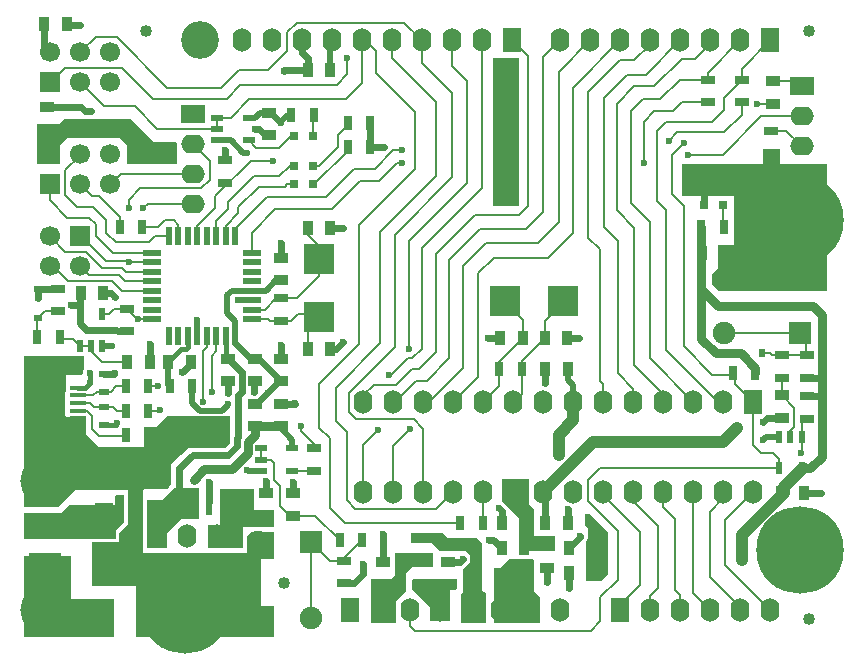
<source format=gtl>
%FSLAX44Y44*%
%MOMM*%
G71*
G01*
G75*
G04 Layer_Physical_Order=1*
G04 Layer_Color=255*
%ADD10R,2.5000X2.6000*%
%ADD11R,2.7000X2.0000*%
%ADD12R,1.6000X3.0000*%
%ADD13R,1.3000X0.7000*%
%ADD14R,0.9000X1.3000*%
%ADD15R,0.7000X1.3000*%
%ADD16R,1.5000X0.5000*%
%ADD17R,0.5000X1.5000*%
%ADD18R,1.3000X0.9000*%
%ADD19R,0.8000X0.8000*%
%ADD20R,0.5588X0.6858*%
%ADD21R,0.6858X0.5588*%
%ADD22C,1.0160*%
%ADD23R,1.4000X1.6000*%
%ADD24R,1.9000X1.9000*%
%ADD25R,1.3500X0.4000*%
%ADD26R,1.0000X0.5500*%
%ADD27R,0.5500X1.0000*%
%ADD28R,0.9000X0.6000*%
%ADD29R,0.6000X2.2000*%
%ADD30R,3.5000X2.2000*%
%ADD31R,2.6000X2.5000*%
%ADD32C,0.2000*%
%ADD33C,0.6000*%
%ADD34C,0.8000*%
%ADD35C,0.5000*%
%ADD36C,0.4000*%
%ADD37C,1.0000*%
%ADD38C,0.9000*%
%ADD39R,1.6000X2.0000*%
%ADD40O,1.6000X2.0000*%
%ADD41R,1.7000X1.7000*%
%ADD42C,1.7000*%
%ADD43O,2.0000X1.6000*%
%ADD44R,2.0000X1.6000*%
G04:AMPARAMS|DCode=45|XSize=2mm|YSize=1.2mm|CornerRadius=0.36mm|HoleSize=0mm|Usage=FLASHONLY|Rotation=0.000|XOffset=0mm|YOffset=0mm|HoleType=Round|Shape=RoundedRectangle|*
%AMROUNDEDRECTD45*
21,1,2.0000,0.4800,0,0,0.0*
21,1,1.2800,1.2000,0,0,0.0*
1,1,0.7200,0.6400,-0.2400*
1,1,0.7200,-0.6400,-0.2400*
1,1,0.7200,-0.6400,0.2400*
1,1,0.7200,0.6400,0.2400*
%
%ADD45ROUNDEDRECTD45*%
%ADD46C,4.0000*%
%ADD47C,7.4000*%
%ADD48C,3.2000*%
%ADD49R,1.9000X1.9000*%
%ADD50C,1.9000*%
%ADD51C,0.6000*%
G36*
X370000Y52000D02*
Y43898D01*
X369102Y43000D01*
X364000Y43000D01*
Y16000D01*
X347000D01*
Y28000D01*
X332000Y43000D01*
Y51102D01*
X332898Y52000D01*
X370000Y52000D01*
D02*
G37*
G36*
X482000Y107000D02*
X498000Y91000D01*
X498000Y74000D01*
Y56220D01*
X491780Y50000D01*
X479000D01*
Y84183D01*
X479652Y85159D01*
X479774Y85774D01*
X480000Y86000D01*
X481000Y87000D01*
Y91000D01*
Y95000D01*
X478000Y98000D01*
Y106000D01*
Y107000D01*
X481000D01*
X482000Y107000D01*
D02*
G37*
G36*
X431000Y126000D02*
Y115000D01*
X434780Y111220D01*
Y88000D01*
X453000D01*
Y76000D01*
X431002Y76000D01*
X431002Y74898D01*
X430103Y74000D01*
X422898Y74000D01*
X422000Y74898D01*
X422000Y104000D01*
X415000Y111000D01*
X408000Y118000D01*
X408000Y137000D01*
X415000Y137000D01*
X431000D01*
Y126000D01*
D02*
G37*
G36*
X419000Y68500D02*
Y68500D01*
X434000D01*
X435000Y67848D01*
X435000Y55000D01*
Y42000D01*
X436000Y41000D01*
X440000Y37000D01*
Y15000D01*
X401000D01*
Y37000D01*
Y61000D01*
X406000D01*
X413000Y68000D01*
X414000Y69000D01*
X418500Y69000D01*
X419000Y68500D01*
D02*
G37*
G36*
X43000Y35000D02*
X79000D01*
Y3000D01*
X3000D01*
Y71000D01*
X43000D01*
Y35000D01*
D02*
G37*
G36*
X349160Y62000D02*
X331840D01*
X328840Y59000D01*
X327000Y57160D01*
Y45000D01*
Y42000D01*
X318000Y33000D01*
Y23000D01*
Y15000D01*
X297000D01*
X296840Y15160D01*
Y52000D01*
X314160D01*
X317160Y55000D01*
Y61000D01*
Y74000D01*
X349160D01*
Y62000D01*
D02*
G37*
G36*
X362000Y87000D02*
X386000D01*
X391000Y82000D01*
Y63000D01*
Y43000D01*
X393000Y41000D01*
X394000Y40000D01*
Y38400D01*
Y15000D01*
X373000D01*
Y37000D01*
Y39000D01*
X374000Y40000D01*
X375000Y41000D01*
Y45000D01*
Y60000D01*
X378000Y63000D01*
X381000Y66000D01*
Y68409D01*
X381118Y69000D01*
X381000Y69591D01*
Y70000D01*
Y72000D01*
X378000Y75000D01*
X377000Y76000D01*
X355000D01*
X351000Y80000D01*
X349000Y82000D01*
X331000D01*
Y91000D01*
X358000D01*
X362000Y87000D01*
D02*
G37*
G36*
X643000Y403000D02*
X683000D01*
Y390000D01*
Y296000D01*
X592000D01*
X586000Y302000D01*
Y309000D01*
Y310000D01*
X591000Y315000D01*
Y327000D01*
Y335000D01*
X604000D01*
Y376000D01*
X560000D01*
Y403000D01*
X629000D01*
Y416000D01*
X643000D01*
Y403000D01*
D02*
G37*
G36*
X422000Y368000D02*
X400000D01*
Y383000D01*
Y493000D01*
X422000D01*
Y368000D01*
D02*
G37*
G36*
X101000Y434000D02*
X113000Y422000D01*
X132037D01*
X132922Y420730D01*
X132905Y420600D01*
X133000Y419879D01*
Y403000D01*
X90000D01*
Y412000D01*
Y419780D01*
X86000Y423780D01*
X84780Y425000D01*
X39220D01*
X38000Y423780D01*
X34000Y419780D01*
Y415000D01*
Y403000D01*
X14000D01*
Y437000D01*
X33000D01*
X35000Y439000D01*
X37000Y441000D01*
X94000D01*
X101000Y434000D01*
D02*
G37*
G36*
X151000Y103000D02*
X136000D01*
X135000Y102000D01*
X124000Y91000D01*
Y78000D01*
X107000D01*
Y119000D01*
X120000D01*
X121000Y120000D01*
X130000Y129000D01*
Y129000D01*
X146541D01*
X147000Y128940D01*
X147459Y129000D01*
X151000D01*
Y103000D01*
D02*
G37*
G36*
X54000Y229317D02*
X53348Y228341D01*
X52882Y226000D01*
X52886Y225982D01*
X52080Y225000D01*
X38500D01*
Y210500D01*
X38000Y210000D01*
Y190000D01*
X39000D01*
Y189500D01*
X55889D01*
X56000Y189389D01*
Y175000D01*
Y174000D01*
X63000Y167000D01*
X66000Y164000D01*
X105000D01*
Y181000D01*
X115000D01*
X124000Y190000D01*
X148729D01*
X149747Y189319D01*
X151893Y188892D01*
X171000D01*
X173146Y189319D01*
X174165Y190000D01*
X178000D01*
Y174032D01*
X177848Y173804D01*
X177382Y171463D01*
Y167382D01*
X173118Y163118D01*
X146000D01*
X145409Y163000D01*
X142000D01*
X136000Y157000D01*
X128000Y149000D01*
Y136000D01*
Y132000D01*
X126000Y130000D01*
X124000Y128000D01*
X105000D01*
X104000Y127000D01*
Y119296D01*
X103941Y119000D01*
Y78000D01*
X104000Y77705D01*
Y74000D01*
X192000D01*
Y77705D01*
X192059Y78000D01*
Y82681D01*
X192019Y82879D01*
X192033Y83080D01*
X192000Y83328D01*
Y83672D01*
X192033Y83920D01*
X192019Y84121D01*
X192059Y84319D01*
Y88059D01*
X196000Y92000D01*
X215000Y92000D01*
X215000Y81000D01*
Y69000D01*
X204000D01*
Y29000D01*
X215000D01*
Y3000D01*
X98000D01*
Y26000D01*
Y46000D01*
X61000D01*
Y75000D01*
Y82941D01*
X81000D01*
X81296Y83000D01*
X84000Y83000D01*
Y85705D01*
X84059Y86000D01*
X84059Y91062D01*
X91000Y98326D01*
Y99703D01*
X91059Y100000D01*
X91059Y100000D01*
X91059Y123000D01*
X91000Y123295D01*
X91000Y127000D01*
X82000Y127000D01*
X46000D01*
X36000Y117000D01*
X32000Y113000D01*
X3000D01*
Y241000D01*
X54000D01*
Y229317D01*
D02*
G37*
G36*
X88000Y123000D02*
X88000Y100000D01*
X81000Y93000D01*
X81000Y86000D01*
X3000D01*
Y108000D01*
X35000D01*
X37000Y110000D01*
X42000Y115000D01*
X80000D01*
Y122102D01*
X80898Y123000D01*
X88000Y123000D01*
D02*
G37*
G36*
X198000Y110000D02*
X215000D01*
Y96000D01*
X202319D01*
X201500Y96108D01*
X200681Y96000D01*
X189000D01*
Y84319D01*
X188892Y83500D01*
X189000Y82681D01*
Y78000D01*
X159000D01*
Y98000D01*
X169000D01*
Y128000D01*
X198000D01*
Y110000D01*
D02*
G37*
D10*
X459500Y287000D02*
D03*
X410500D02*
D03*
D11*
X21000Y96000D02*
D03*
Y64000D02*
D03*
D12*
X71000Y142500D02*
D03*
Y101500D02*
D03*
Y20500D02*
D03*
Y61500D02*
D03*
D13*
X339000Y86500D02*
D03*
Y67500D02*
D03*
X173000Y406500D02*
D03*
Y387500D02*
D03*
X90000Y261500D02*
D03*
Y280500D02*
D03*
X221000Y289500D02*
D03*
Y270500D02*
D03*
X611000Y474500D02*
D03*
Y455500D02*
D03*
X582000Y474500D02*
D03*
Y455500D02*
D03*
X636000Y412500D02*
D03*
Y431500D02*
D03*
X666000Y206500D02*
D03*
Y187500D02*
D03*
X32000Y297500D02*
D03*
Y278500D02*
D03*
X666000Y222500D02*
D03*
Y241500D02*
D03*
X274000Y48500D02*
D03*
Y67500D02*
D03*
X249000Y143500D02*
D03*
Y162500D02*
D03*
X645000Y222500D02*
D03*
Y241500D02*
D03*
X339000Y67500D02*
D03*
Y48500D02*
D03*
D14*
X596000Y328000D02*
D03*
X577000D02*
D03*
X125500Y236000D02*
D03*
X144500D02*
D03*
X243500Y349000D02*
D03*
X262500D02*
D03*
X243500Y247000D02*
D03*
X262500D02*
D03*
X39500Y522000D02*
D03*
X20500D02*
D03*
X262500Y482500D02*
D03*
X243500D02*
D03*
X464500Y78000D02*
D03*
X483500D02*
D03*
X444500Y230000D02*
D03*
X463500D02*
D03*
X407500Y99000D02*
D03*
X426500D02*
D03*
X463500D02*
D03*
X444500D02*
D03*
X425500Y256000D02*
D03*
X406500D02*
D03*
X444250D02*
D03*
X463250D02*
D03*
X663500Y125000D02*
D03*
X644500D02*
D03*
X70500Y294000D02*
D03*
X51500D02*
D03*
X109500Y236000D02*
D03*
X90500D02*
D03*
X483500Y57000D02*
D03*
X464500D02*
D03*
X407500Y78000D02*
D03*
X426500D02*
D03*
X405500Y52000D02*
D03*
X386500D02*
D03*
D15*
X84500Y350000D02*
D03*
X103500D02*
D03*
X296500Y438000D02*
D03*
X277500D02*
D03*
X296500Y418000D02*
D03*
X277500D02*
D03*
X108500Y215000D02*
D03*
X89500D02*
D03*
X108500Y194000D02*
D03*
X89500D02*
D03*
X108500Y174000D02*
D03*
X89500D02*
D03*
X622500Y226000D02*
D03*
X603500D02*
D03*
X229500Y445000D02*
D03*
X248500D02*
D03*
X405500Y230000D02*
D03*
X424500D02*
D03*
X576500Y350000D02*
D03*
X595500D02*
D03*
X33500Y257000D02*
D03*
X14500D02*
D03*
X372500Y99000D02*
D03*
X391500D02*
D03*
X270500Y85000D02*
D03*
X289500D02*
D03*
X126500Y215000D02*
D03*
X145500D02*
D03*
D16*
X196000Y272000D02*
D03*
Y280000D02*
D03*
Y288000D02*
D03*
Y296000D02*
D03*
Y304000D02*
D03*
Y312000D02*
D03*
Y320000D02*
D03*
Y328000D02*
D03*
X112000D02*
D03*
Y320000D02*
D03*
Y312000D02*
D03*
Y304000D02*
D03*
Y296000D02*
D03*
Y288000D02*
D03*
Y280000D02*
D03*
Y272000D02*
D03*
D17*
X182000Y342000D02*
D03*
X174000D02*
D03*
X166000D02*
D03*
X158000D02*
D03*
X150000D02*
D03*
X142000D02*
D03*
X134000D02*
D03*
X126000D02*
D03*
Y258000D02*
D03*
X134000D02*
D03*
X142000D02*
D03*
X150000D02*
D03*
X158000D02*
D03*
X166000D02*
D03*
X174000D02*
D03*
X182000D02*
D03*
D18*
X221000Y238500D02*
D03*
Y219500D02*
D03*
X199000Y219500D02*
D03*
Y238500D02*
D03*
X221000Y324000D02*
D03*
Y305000D02*
D03*
X176000Y219500D02*
D03*
Y238500D02*
D03*
X114000Y133500D02*
D03*
Y114500D02*
D03*
X23000Y451640D02*
D03*
Y432640D02*
D03*
X637000Y473500D02*
D03*
Y454500D02*
D03*
X208000Y124500D02*
D03*
Y105500D02*
D03*
X307000Y66500D02*
D03*
Y47500D02*
D03*
X362000Y66500D02*
D03*
Y47500D02*
D03*
X211000Y427500D02*
D03*
Y446500D02*
D03*
X221000Y200500D02*
D03*
Y181500D02*
D03*
X645000Y188500D02*
D03*
Y207500D02*
D03*
X231000Y124500D02*
D03*
Y105500D02*
D03*
X199000Y200500D02*
D03*
Y181500D02*
D03*
X446000Y80500D02*
D03*
Y61500D02*
D03*
D19*
X232000Y402000D02*
D03*
X248000D02*
D03*
X232000Y386000D02*
D03*
X248000D02*
D03*
X232000Y427000D02*
D03*
X248000D02*
D03*
X579000Y369000D02*
D03*
X595000D02*
D03*
D20*
X628192Y243000D02*
D03*
X603808D02*
D03*
D21*
X15000Y272808D02*
D03*
Y297192D02*
D03*
D22*
X223520Y48260D02*
D03*
X668020Y17780D02*
D03*
Y515620D02*
D03*
X106680D02*
D03*
D23*
X46500Y169000D02*
D03*
Y233000D02*
D03*
D24*
X22000Y189000D02*
D03*
Y213000D02*
D03*
X246500Y83500D02*
D03*
D25*
X48750Y188000D02*
D03*
Y194500D02*
D03*
Y201000D02*
D03*
Y207500D02*
D03*
Y214000D02*
D03*
D26*
X193500Y423500D02*
D03*
Y442500D02*
D03*
X166500Y423500D02*
D03*
Y433000D02*
D03*
Y442500D02*
D03*
X230500Y143500D02*
D03*
Y162500D02*
D03*
X203500Y143500D02*
D03*
Y153000D02*
D03*
Y162500D02*
D03*
D27*
X69500Y276500D02*
D03*
X50500D02*
D03*
X69500Y249500D02*
D03*
X60000D02*
D03*
X50500D02*
D03*
X642500Y145500D02*
D03*
X661500D02*
D03*
X642500Y172500D02*
D03*
X652000D02*
D03*
X661500D02*
D03*
D28*
X71000Y225500D02*
D03*
Y210500D02*
D03*
Y182500D02*
D03*
Y197500D02*
D03*
D29*
X134600Y117000D02*
D03*
X147300D02*
D03*
X160000D02*
D03*
X172700D02*
D03*
X185400D02*
D03*
D30*
X160000Y179000D02*
D03*
D31*
X253000Y273500D02*
D03*
Y322500D02*
D03*
D32*
X262500Y67500D02*
X274000D01*
X246500Y83500D02*
X262500Y67500D01*
X246500Y18500D02*
Y83500D01*
X444250Y270250D02*
X459500Y285500D01*
Y287000D01*
X410500Y286500D02*
X425500Y271500D01*
X410500Y286500D02*
Y287000D01*
X104000Y366000D02*
X107800Y369800D01*
X146000D01*
X25400Y316600D02*
X27850D01*
X40450Y304000D01*
X78000D01*
X86000Y296000D01*
X112000D01*
X50800Y316600D02*
X57900Y309500D01*
X83500D01*
X89000Y304000D01*
X112000D01*
X562000Y249000D02*
Y368000D01*
X552000Y378000D02*
X562000Y368000D01*
X552000Y378000D02*
Y411000D01*
X25400Y342000D02*
X38300Y329100D01*
X55978D01*
X69578Y315500D01*
X226260Y499260D02*
Y515178D01*
X210000Y483000D02*
X226260Y499260D01*
X185000Y483000D02*
X210000D01*
X628192Y243000D02*
X634840D01*
X636340Y241500D01*
X645000D01*
X643500Y243000D02*
X645000Y241500D01*
X665000D01*
Y241500D02*
X665000Y241500D01*
Y256000D01*
X660500Y260500D02*
X665000Y256000D01*
X655500Y180990D02*
Y197000D01*
X652000Y172500D02*
Y177490D01*
X655500Y180990D01*
X645000Y207500D02*
X655500Y197000D01*
X662000Y173000D02*
Y184500D01*
X665000Y187500D01*
X299430Y216430D02*
X318430D01*
X290450Y207450D02*
X299430Y216430D01*
X290450Y201930D02*
Y207450D01*
X318430Y216430D02*
X332000Y230000D01*
X338000D01*
X352000Y244000D01*
Y327000D01*
X317000Y248000D02*
Y343000D01*
X284000Y187000D02*
X333000D01*
X277950Y193050D02*
X284000Y187000D01*
X285430Y216430D02*
X317000Y248000D01*
X285272Y216430D02*
X285430D01*
X277950Y209108D02*
X285272Y216430D01*
X277950Y193050D02*
Y209108D01*
X267000Y214000D02*
X305000Y252000D01*
X352150Y111230D02*
X366650Y125730D01*
X283770Y111230D02*
X352150D01*
X276550Y118450D02*
X283770Y111230D01*
X276550Y118450D02*
Y176450D01*
X56657Y194500D02*
X61000Y190157D01*
Y179000D02*
Y190157D01*
X48750Y194500D02*
X56657D01*
X60000Y244886D02*
Y249500D01*
Y244886D02*
X68886Y236000D01*
X90500D01*
X91000Y321500D02*
X92500Y320000D01*
X72272Y321500D02*
X91000D01*
X51772Y342000D02*
X72272Y321500D01*
X50800Y342000D02*
X51772D01*
X92500Y320000D02*
X112000D01*
X69578Y315500D02*
X85985D01*
X89485Y312000D01*
X112000D01*
X78263Y328000D02*
X112000D01*
X63800Y342463D02*
X78263Y328000D01*
X40000Y358000D02*
X58164D01*
X63800Y342463D02*
Y352364D01*
X58164Y358000D02*
X63800Y352364D01*
X38300Y376700D02*
Y398000D01*
Y376700D02*
X48000Y367000D01*
X62000D01*
X38300Y398000D02*
X50800Y410500D01*
X67000Y376000D02*
X84500Y358500D01*
X60880Y376000D02*
X67000D01*
X50800Y386080D02*
X60880Y376000D01*
X84500Y350000D02*
Y358500D01*
X193500Y423500D02*
X200000Y417000D01*
X219000D01*
X92000Y373101D02*
X101600Y382700D01*
X153178D01*
X160500Y390022D01*
Y406100D01*
X146000Y420600D02*
X160500Y406100D01*
X115900Y433100D02*
X166500D01*
X97000Y452000D02*
X115900Y433100D01*
X166500D02*
Y442500D01*
Y433000D02*
Y433100D01*
X277000Y479636D02*
Y492000D01*
X267864Y470500D02*
X277000Y479636D01*
X186500Y470500D02*
X267864D01*
X174700Y458700D02*
X186500Y470500D01*
X234082Y523000D02*
X325000D01*
X226260Y515178D02*
X234082Y523000D01*
X50800Y497840D02*
X63800Y510840D01*
X81585D01*
X112300Y458700D02*
X174700D01*
X25400Y472440D02*
X37900Y484940D01*
X86060D01*
X112300Y458700D01*
X50800Y472440D02*
X71240Y452000D01*
X468000Y345000D02*
Y468000D01*
X366650Y201930D02*
X388000Y223280D01*
X375000Y231000D02*
Y317000D01*
X345930Y201930D02*
X375000Y231000D01*
X363000Y322000D02*
X389000Y348000D01*
X363000Y239000D02*
Y322000D01*
X344000Y220000D02*
X363000Y239000D01*
X352000Y327000D02*
X385000Y360000D01*
X81000Y337000D02*
X109000D01*
X73000Y345000D02*
X81000Y337000D01*
X73000Y345000D02*
Y356000D01*
X276000Y458000D02*
X289560Y471560D01*
X194000Y458000D02*
X276000D01*
X178500Y442500D02*
X194000Y458000D01*
X289560Y471560D02*
Y508000D01*
X292000D02*
X301000Y499000D01*
X289560Y508000D02*
X292000D01*
X267000Y186000D02*
Y214000D01*
Y186000D02*
X276550Y176450D01*
X341250Y125730D02*
Y178750D01*
X333000Y187000D02*
X341250Y178750D01*
X315850Y125730D02*
Y164850D01*
X330000Y179000D01*
X290450Y165450D02*
X303000Y178000D01*
X290450Y125730D02*
Y165450D01*
X243500Y343500D02*
Y345000D01*
X391500Y99000D02*
X392050Y99550D01*
Y125730D01*
X352000Y393000D02*
Y456000D01*
X305000Y346000D02*
X352000Y393000D01*
X305000Y252000D02*
Y346000D01*
X317000Y343000D02*
X366000Y392000D01*
X378000Y387000D02*
Y474000D01*
X329000Y338000D02*
X378000Y387000D01*
X329000Y247000D02*
Y338000D01*
X391160Y383160D02*
Y508000D01*
X340000Y332000D02*
X391160Y383160D01*
X340000Y247000D02*
Y332000D01*
X332000Y239000D02*
X340000Y247000D01*
X547000Y246029D02*
Y364000D01*
Y246029D02*
X591100Y201930D01*
X365760Y486240D02*
X378000Y474000D01*
X314960Y493040D02*
X352000Y456000D01*
X319000Y404000D02*
X323000D01*
X316000Y415000D02*
X323000D01*
X165000Y376000D02*
X195000Y406000D01*
X214000D01*
X506000Y51000D02*
Y93000D01*
X491300Y36300D02*
X506000Y51000D01*
X481000Y118000D02*
X506000Y93000D01*
X491300Y16300D02*
Y36300D01*
X595000Y350500D02*
X595500Y350000D01*
X595000Y350500D02*
Y369000D01*
X591100Y201930D02*
X595250D01*
X605500Y225000D02*
Y226000D01*
Y217080D02*
Y225000D01*
Y217080D02*
X620650Y201930D01*
X92000Y366000D02*
Y373101D01*
X62000Y367000D02*
X73000Y356000D01*
X50800Y410500D02*
Y411480D01*
X25400Y372600D02*
Y386080D01*
Y372600D02*
X40000Y358000D01*
X481000Y118000D02*
Y136000D01*
X560500Y455500D02*
X582000D01*
X553000Y448000D02*
X560500Y455500D01*
X537000Y448000D02*
X553000D01*
X528000Y439000D02*
X537000Y448000D01*
X528000Y404000D02*
Y439000D01*
X415520Y203860D02*
X417450Y201930D01*
X134000Y340000D02*
Y342000D01*
X117000Y194000D02*
X118000Y195000D01*
X14500Y255000D02*
Y272308D01*
X20692Y278500D02*
X32000D01*
X14500Y272308D02*
X15000Y272808D01*
X20692Y278500D01*
X33500Y255000D02*
X45000D01*
X50500Y249500D01*
X60000D01*
X365760Y486240D02*
Y508000D01*
X248000Y427000D02*
Y446000D01*
X248000Y446000D02*
X248000Y446000D01*
X277500Y414340D02*
Y418000D01*
Y436657D02*
Y438000D01*
X196000Y328000D02*
Y345000D01*
X182000Y342000D02*
Y348000D01*
X174000Y342000D02*
Y351000D01*
X166000Y342000D02*
Y355000D01*
X150000Y342000D02*
Y351000D01*
X314960Y493040D02*
Y508000D01*
Y510040D01*
X50800Y342000D02*
X51000Y342200D01*
X114000Y342000D02*
X126000D01*
X109000Y337000D02*
X114000Y342000D01*
X166500Y442500D02*
X178500D01*
X229000Y427000D02*
X232000D01*
X219000Y417000D02*
X229000Y427000D01*
X219220Y393000D02*
X228220Y402000D01*
X232000D01*
X226000Y386000D02*
X232000D01*
X224000Y384000D02*
X226000Y386000D01*
X248000Y402000D02*
X253000D01*
X248000Y386000D02*
X249160D01*
X253000Y402000D02*
X269000Y418000D01*
Y428157D01*
X277500Y436657D01*
X61000Y179000D02*
X67000Y173000D01*
X88500D01*
X89500Y174000D01*
X134000Y342000D02*
Y352000D01*
X130000Y356000D02*
X134000Y352000D01*
X123000Y356000D02*
X130000D01*
X117000Y350000D02*
X123000Y356000D01*
X103500Y350000D02*
X117000D01*
X493650Y123350D02*
Y125730D01*
X519050Y201930D02*
Y212950D01*
X544450Y201930D02*
Y208550D01*
X508000Y25400D02*
Y30000D01*
X519050Y117950D02*
Y125730D01*
X330200Y11800D02*
X334000Y8000D01*
X483000D02*
X491300Y16300D01*
X330200Y11800D02*
Y25400D01*
X334000Y8000D02*
X483000D01*
X569850Y39750D02*
X584200Y25400D01*
X569850Y39750D02*
Y125730D01*
X595250Y120250D02*
Y125730D01*
X584000Y109000D02*
X595250Y120250D01*
X584000Y53600D02*
Y109000D01*
Y53600D02*
X609600Y28000D01*
Y25400D02*
Y28000D01*
X597000Y102080D02*
X620650Y125730D01*
X597000Y63400D02*
Y102080D01*
Y63400D02*
X635000Y25400D01*
X624000Y454000D02*
X624500Y454500D01*
X658000Y469000D02*
X666000D01*
X653500Y473500D02*
X658000Y469000D01*
X639000Y473500D02*
X653500D01*
X340000Y508000D02*
X340360D01*
X325000Y523000D02*
X340000Y508000D01*
X315850Y201930D02*
X316930D01*
X335000Y220000D01*
X344000D01*
X341250Y201930D02*
X345930D01*
X312000Y225000D02*
X314100D01*
X328100Y239000D01*
X332000D01*
X385000Y360000D02*
X422000D01*
X430000Y368000D01*
X416560Y508000D02*
X430000Y494560D01*
X389000Y348000D02*
X428000D01*
X443000Y363000D01*
X430000Y368000D02*
Y494560D01*
X457000Y508000D02*
X457200D01*
X443000Y363000D02*
Y494000D01*
X457000Y508000D01*
X456000Y354000D02*
Y481400D01*
X482600Y508000D01*
X249160Y386000D02*
X277500Y414340D01*
X198000Y393000D02*
X219220D01*
X202000Y384000D02*
X224000D01*
X174000Y351000D02*
X184500Y361500D01*
X150000Y351000D02*
X165000Y366000D01*
Y376000D01*
X166000Y355000D02*
X176000Y365000D01*
Y371000D01*
X198000Y393000D01*
X184500Y361500D02*
Y366500D01*
X202000Y384000D01*
X468000Y468000D02*
X508000Y508000D01*
X481000Y464000D02*
X508000Y491000D01*
X520000D01*
X533400Y504400D01*
Y508000D01*
X481000Y341000D02*
Y464000D01*
X494000Y459000D02*
X514000Y479000D01*
X529800D01*
X494000Y350000D02*
Y459000D01*
X529800Y479000D02*
X558800Y508000D01*
X505000Y364000D02*
Y454000D01*
X520000Y469000D01*
X537000D01*
X517000Y370000D02*
Y448000D01*
X527000Y458000D01*
X537000Y469000D02*
X560000Y492000D01*
X571200D01*
X584200Y505000D01*
Y508000D01*
X582000Y474500D02*
Y480400D01*
X609600Y508000D01*
X558500Y474500D02*
X582000D01*
X527000Y458000D02*
X542000D01*
X558500Y474500D01*
X596000Y449000D02*
Y459500D01*
X611000Y474500D01*
Y484000D01*
X635000Y508000D01*
X595000Y411000D02*
X627600Y443600D01*
X662000D01*
X648700Y431500D02*
X662000Y418200D01*
X636000Y431500D02*
X648700D01*
X664000Y420200D02*
X666000Y418200D01*
X611000Y445000D02*
Y455500D01*
X274000Y69500D02*
X289500Y85000D01*
X274000Y67500D02*
Y69500D01*
X231000Y105500D02*
X250000D01*
X270500Y85000D01*
X228340Y105500D02*
X231000D01*
X220000Y113840D02*
X228340Y105500D01*
X220000Y113840D02*
Y131000D01*
X212000Y153000D02*
X215000Y150000D01*
X203500Y153000D02*
X212000D01*
X203500D02*
Y162500D01*
X237500Y177500D02*
Y181500D01*
X249000Y162500D02*
Y166000D01*
X237500Y177500D02*
X249000Y166000D01*
X71240Y452000D02*
X97000D01*
X624500Y454500D02*
X637000D01*
X586000Y439000D02*
X596000Y449000D01*
Y430000D02*
X611000Y445000D01*
X565000Y411000D02*
X595000D01*
X661500Y159500D02*
Y172500D01*
X661000Y159000D02*
X661500Y159500D01*
Y172500D02*
X662000Y173000D01*
X586000Y225000D02*
X605500D01*
X562000Y249000D02*
X586000Y225000D01*
X196000Y272000D02*
X209840D01*
X211340Y270500D02*
X221000D01*
X209840Y272000D02*
X211340Y270500D01*
X221000D02*
X229500D01*
X235500Y276500D01*
X253000D01*
X243500Y267000D02*
X253000Y276500D01*
X243500Y251000D02*
Y267000D01*
X196000Y280000D02*
X207000D01*
X216500Y289500D02*
X221000D01*
X207000Y280000D02*
X216500Y289500D01*
X221000D02*
X234000D01*
X253000Y308500D01*
Y319500D01*
Y334000D01*
X243500Y343500D02*
X253000Y334000D01*
X85320Y395200D02*
X146000D01*
X76200Y386080D02*
X85320Y395200D01*
X424500Y208980D02*
Y230000D01*
X417450Y201930D02*
X424500Y208980D01*
X444250Y256000D02*
Y270250D01*
X424500Y230000D02*
Y236250D01*
X444250Y256000D01*
X405500Y236000D02*
X425500Y256000D01*
X392050Y201930D02*
X405500Y215380D01*
Y230000D01*
Y236000D01*
X425500Y256000D02*
Y271500D01*
X645000Y207500D02*
Y221500D01*
Y207500D02*
X645000Y207500D01*
X544450Y112550D02*
Y125730D01*
X508000Y30000D02*
X525000Y47000D01*
Y92000D01*
X493650Y123350D02*
X525000Y92000D01*
X558800Y25400D02*
Y38200D01*
X554000Y43000D02*
X558800Y38200D01*
X554000Y43000D02*
Y103000D01*
X544450Y112550D02*
X554000Y103000D01*
X533400Y25400D02*
Y37400D01*
X540000Y44000D01*
Y97000D01*
X519050Y117950D02*
X540000Y97000D01*
X595500Y260500D02*
X660500D01*
X48750Y207500D02*
X61880D01*
X64880Y210500D01*
X71000D01*
X76500D01*
X81000Y215000D01*
X89500D01*
X48750Y201000D02*
X59000D01*
X62500Y197500D01*
X71000D01*
X78500D01*
X82000Y194000D01*
X89500D01*
X215000Y136000D02*
X220000Y131000D01*
X215000Y136000D02*
Y150000D01*
X230500Y143500D02*
X249000D01*
X108500Y215000D02*
X117000D01*
X166000Y245000D02*
Y258000D01*
X162000Y241000D02*
X166000Y245000D01*
X162000Y210000D02*
Y241000D01*
X108500Y194000D02*
X117000D01*
X158000Y248000D02*
Y258000D01*
X155000Y245000D02*
X158000Y248000D01*
X155000Y202000D02*
Y245000D01*
X187960Y507040D02*
Y508000D01*
X520000Y233000D02*
X544450Y208550D01*
X520000Y233000D02*
Y349000D01*
X505000Y364000D02*
X520000Y349000D01*
X533000Y238780D02*
X569850Y201930D01*
X533000Y238780D02*
Y354000D01*
X517000Y370000D02*
X533000Y354000D01*
X506000Y226000D02*
X519050Y212950D01*
X506000Y226000D02*
Y338000D01*
X494000Y350000D02*
X506000Y338000D01*
X493650Y201930D02*
Y217350D01*
X491000Y220000D02*
X493650Y217350D01*
X491000Y220000D02*
Y331000D01*
X481000Y341000D02*
X491000Y331000D01*
X547000Y439000D02*
X586000D01*
X539000Y372000D02*
X547000Y364000D01*
X539000Y372000D02*
Y431000D01*
X547000Y439000D01*
X549000Y423000D02*
X556000Y430000D01*
X596000D01*
X552000Y411000D02*
X562000Y421000D01*
X388000Y223280D02*
Y311000D01*
X375000Y317000D02*
X394000Y336000D01*
X438000D01*
X456000Y354000D01*
X388000Y311000D02*
X401000Y324000D01*
X447000D01*
X468000Y345000D01*
X340360Y488640D02*
Y508000D01*
Y488640D02*
X366000Y463000D01*
Y392000D02*
Y463000D01*
X262000Y112000D02*
Y171000D01*
Y112000D02*
X275000Y99000D01*
X372500D01*
X81585Y510840D02*
X124425Y468000D01*
X170000D01*
X283000Y399000D02*
X300000D01*
X316000Y415000D01*
X288000Y389000D02*
X304000D01*
X319000Y404000D01*
X196000Y345000D02*
X216000Y365000D01*
X264000D01*
X288000Y389000D01*
X182000Y348000D02*
X209000Y375000D01*
X259000D01*
X283000Y399000D01*
X287000Y352000D02*
X334000Y399000D01*
X301000Y480000D02*
Y499000D01*
Y480000D02*
X334000Y447000D01*
Y399000D02*
Y447000D01*
X170000Y468000D02*
X185000Y483000D01*
X287000Y251000D02*
Y352000D01*
X253000Y180000D02*
X262000Y171000D01*
X253000Y180000D02*
Y217000D01*
X287000Y251000D01*
X620650Y165350D02*
Y201930D01*
Y165350D02*
X627000Y159000D01*
X481000Y136000D02*
X490500Y145500D01*
X642500D01*
X627000Y159000D02*
X637000D01*
X642500Y153500D01*
Y145500D02*
Y153500D01*
X90000Y280500D02*
X98500Y272000D01*
X100000D01*
X100000Y272000D02*
X112000D01*
X100000Y272000D02*
X100000Y272000D01*
X69500Y276500D02*
X75500D01*
X79500Y280500D01*
X90000D01*
D33*
X223500Y482500D02*
X243500D01*
X223000Y482000D02*
X223500Y482500D01*
X676500Y222500D02*
X677500Y221500D01*
X665000Y222500D02*
X676500D01*
X665000Y206500D02*
X677500D01*
X200000Y200500D02*
X219000Y219500D01*
X199000Y200500D02*
X200000D01*
X198000Y218500D02*
X199000Y219500D01*
X198000Y210000D02*
Y218500D01*
X146000Y157000D02*
X176000D01*
X183500Y164500D02*
Y171463D01*
X184500Y207500D02*
X187500Y210500D01*
X134600Y145600D02*
X146000Y157000D01*
X176000D02*
X183500Y164500D01*
Y171463D02*
X184500Y172463D01*
Y207500D01*
X187500Y210500D02*
Y227000D01*
X176000Y238500D02*
X187500Y227000D01*
X134600Y117000D02*
Y145600D01*
X20500Y502740D02*
Y522000D01*
Y502740D02*
X25400Y497840D01*
X677500Y221500D02*
X678000Y222000D01*
X464500Y44500D02*
Y57000D01*
X446000Y49000D02*
Y61500D01*
X274000Y48500D02*
X282500D01*
X290000Y56000D01*
Y65000D01*
X221000Y179500D02*
Y181500D01*
X15308Y297500D02*
X32000D01*
X15000Y297192D02*
X15308Y297500D01*
X15000Y290000D02*
Y297192D01*
X50500Y293000D02*
X51500Y294000D01*
X82500Y261500D02*
X90000D01*
X81000Y263000D02*
X82500Y261500D01*
X56000Y263000D02*
X81000D01*
X50500Y268500D02*
X56000Y263000D01*
X50500Y268500D02*
Y276500D01*
X43220Y284000D02*
X49500D01*
X50500Y283000D01*
Y276500D02*
Y283000D01*
Y293000D01*
X173000Y406500D02*
Y415000D01*
X296500Y418000D02*
Y438000D01*
Y418000D02*
X308000D01*
X219000Y219500D02*
X221000D01*
X202000Y238500D02*
X221000Y219500D01*
X199000Y238500D02*
X202000D01*
X238760Y497400D02*
X243500Y492660D01*
Y482500D02*
Y492660D01*
X238760Y497400D02*
Y508000D01*
X444500Y99000D02*
Y124080D01*
X442850Y125730D02*
X444500Y124080D01*
X39500Y522000D02*
X40500Y521000D01*
X51000D01*
X207500Y427500D02*
X211000D01*
X202000Y433000D02*
X207500Y427500D01*
X199000Y433000D02*
X202000D01*
X70500Y294000D02*
X77000D01*
X80000Y291000D01*
X109500Y236000D02*
Y250500D01*
X144500Y234340D02*
Y236000D01*
X137000Y226840D02*
X144500Y234340D01*
X71000Y225500D02*
X79500D01*
X160000Y117000D02*
Y134000D01*
X208000Y124500D02*
Y135000D01*
X231000Y124500D02*
Y134000D01*
X307000Y66500D02*
Y90000D01*
X362000Y66500D02*
X372500D01*
X375000Y69000D01*
X400500Y85000D02*
X407500Y78000D01*
X397000Y85000D02*
X400500D01*
X407500Y99000D02*
Y109330D01*
X405000Y111830D02*
X407500Y109330D01*
X463500Y99000D02*
Y111000D01*
X464500Y78000D02*
X474000Y87500D01*
Y88160D01*
X663500Y125000D02*
X678000D01*
X632500Y188500D02*
X645000D01*
X629000Y185000D02*
X632500Y188500D01*
X463250Y256000D02*
X473000D01*
X396000D02*
X406500D01*
X444500Y218000D02*
Y230000D01*
X262500Y349000D02*
X273000D01*
X221000Y324000D02*
Y336000D01*
Y238500D02*
Y250000D01*
Y200500D02*
X232500D01*
X176000Y209000D02*
Y219500D01*
X579000Y369000D02*
Y380000D01*
X578000Y381000D02*
X579000Y380000D01*
X564000Y381000D02*
X578000D01*
X55000Y448000D02*
X60000D01*
X23000Y451640D02*
X51360D01*
X55000Y448000D01*
X262500Y247000D02*
X267000D01*
X273000Y253000D01*
D34*
X678500Y155065D02*
Y275500D01*
X671000Y283000D02*
X678500Y275500D01*
X668935Y145500D02*
X678500Y155065D01*
X179000Y145000D02*
X192500Y158500D01*
X156000Y145000D02*
X179000D01*
X199000Y174235D02*
Y181500D01*
X192500Y167735D02*
X199000Y174235D01*
X192500Y158500D02*
Y167735D01*
X661500Y145500D02*
X662500D01*
X668935D01*
X591000Y283000D02*
X671000D01*
X576500Y297500D02*
X591000Y283000D01*
X576500Y255500D02*
X589000Y243000D01*
X603808D01*
X576500Y255500D02*
Y297500D01*
Y350000D01*
X603808Y243000D02*
X610000D01*
X622500Y230500D01*
Y226000D02*
Y230500D01*
X199000Y181500D02*
X219000D01*
X221000D01*
X147000Y136000D02*
X156000Y145000D01*
D35*
X171000Y194500D02*
X176000Y199500D01*
X151893Y194500D02*
X171000D01*
X145500Y200893D02*
Y215000D01*
Y200893D02*
X151893Y194500D01*
X232500Y200500D02*
X233000Y201000D01*
X464500Y44500D02*
X465000Y44000D01*
X483500Y78000D02*
X483500Y78000D01*
X20500Y432500D02*
X21000Y433000D01*
X77500Y249500D02*
X78000Y249000D01*
X79500Y225500D02*
X80000Y226000D01*
X262500Y506340D02*
X262820D01*
X264160Y505000D01*
X262500Y482500D02*
Y506340D01*
X264160Y505000D02*
Y508000D01*
X230500Y162500D02*
Y170000D01*
X463500Y220580D02*
Y230000D01*
Y220580D02*
X468250Y215830D01*
Y201930D02*
Y215830D01*
X219000Y181500D02*
X221000Y179500D01*
X230500Y170000D01*
X193500Y442500D02*
X199000D01*
X203000Y446500D01*
X211000D01*
X226500Y445000D02*
X229500D01*
X211000Y446500D02*
X212000D01*
X220000Y438500D01*
X226500Y445000D01*
X216840Y305000D02*
X221000D01*
X196000Y296000D02*
X207840D01*
X216840Y305000D01*
X179000Y296000D02*
X196000D01*
X175000Y292000D02*
X179000Y296000D01*
X175000Y277000D02*
X182000Y270000D01*
X195500Y238500D02*
X199000D01*
X175000Y277000D02*
Y292000D01*
X182000Y258000D02*
Y270000D01*
X125500Y236000D02*
X125500Y236000D01*
Y216000D02*
Y236000D01*
X182000Y252000D02*
Y258000D01*
Y252000D02*
X195500Y238500D01*
X166500Y423500D02*
X178400D01*
X188899Y413000D01*
X192000D01*
X69500Y249500D02*
X77500D01*
X150000Y258000D02*
Y271000D01*
X184000Y288000D02*
X196000D01*
X192500Y143500D02*
X203500D01*
X192000Y144000D02*
X192500Y143500D01*
X631500Y172500D02*
X642500D01*
X629000Y170000D02*
X631500Y172500D01*
X219000Y200500D02*
X221000D01*
D36*
X71000Y182500D02*
X80929D01*
X136000Y246500D02*
X140000D01*
X142000Y248500D02*
Y258000D01*
X125500Y236000D02*
X136000Y246500D01*
X140000D02*
X142000Y248500D01*
X67750Y97250D02*
X71000Y100500D01*
X135000Y178000D02*
X136000Y179000D01*
X71000Y143500D02*
Y144500D01*
X21000Y167000D02*
X22000Y168000D01*
X21000Y27000D02*
X30500Y17500D01*
X139700Y25400D02*
X148100Y17000D01*
X426500Y78000D02*
X429000Y80500D01*
X463500Y120980D02*
X468250Y125730D01*
X442850Y201930D02*
X444500Y203580D01*
X116200Y116700D02*
X116500Y117000D01*
X167000Y88000D02*
X172700Y93700D01*
Y117000D02*
X173700Y116000D01*
X22000Y189000D02*
X26500D01*
X22000Y213000D02*
X26500D01*
X45500Y168000D02*
X46500Y169000D01*
X45500Y234000D02*
X46500Y233000D01*
Y169000D02*
X48750Y171250D01*
X109500Y250500D02*
X110000Y251000D01*
X150000Y271000D02*
X150000Y271000D01*
X184000Y288000D02*
X184000Y288000D01*
X396000Y256000D02*
X396000Y256000D01*
X48750Y214000D02*
X55000D01*
X59000Y218000D01*
Y226000D01*
X174000Y240500D02*
X176000Y238500D01*
X174000Y240500D02*
Y258000D01*
D37*
X442850Y125730D02*
X485120Y168000D01*
X456000Y157000D02*
Y174000D01*
X468250Y186250D01*
Y201930D01*
X611000Y68000D02*
Y89500D01*
X646500Y125000D01*
Y129500D01*
X662500Y145500D01*
X485120Y168000D02*
X595000D01*
X607000Y180000D01*
D38*
X405500Y26300D02*
X406400Y25400D01*
D39*
X116200Y88000D02*
D03*
X416560Y508000D02*
D03*
X508000Y25400D02*
D03*
X635000Y508000D02*
D03*
X279400Y25400D02*
D03*
X620650Y201930D02*
D03*
D40*
X141600Y88000D02*
D03*
X167000D02*
D03*
X187960Y508000D02*
D03*
X213360D02*
D03*
X264160D02*
D03*
X238760D02*
D03*
X391160D02*
D03*
X365760D02*
D03*
X340360D02*
D03*
X289560D02*
D03*
X314960D02*
D03*
X533400Y25400D02*
D03*
X558800D02*
D03*
X584200D02*
D03*
X635000D02*
D03*
X609600D02*
D03*
X482600Y508000D02*
D03*
X457200D02*
D03*
X609600D02*
D03*
X584200D02*
D03*
X558800D02*
D03*
X508000D02*
D03*
X533400D02*
D03*
X431800Y25400D02*
D03*
X457200D02*
D03*
X304800D02*
D03*
X330200D02*
D03*
X355600D02*
D03*
X406400D02*
D03*
X381000D02*
D03*
X290450Y125730D02*
D03*
X315850D02*
D03*
X341250D02*
D03*
X366650D02*
D03*
X392050D02*
D03*
X417450D02*
D03*
X442850D02*
D03*
X468250D02*
D03*
X493650D02*
D03*
X519050D02*
D03*
X544450D02*
D03*
X569850D02*
D03*
X595250D02*
D03*
X620650D02*
D03*
X290450Y201930D02*
D03*
X315850D02*
D03*
X341250D02*
D03*
X366650D02*
D03*
X392050D02*
D03*
X417450D02*
D03*
X442850D02*
D03*
X468250D02*
D03*
X493650D02*
D03*
X519050D02*
D03*
X544450D02*
D03*
X569850D02*
D03*
X595250D02*
D03*
D41*
X25400Y386080D02*
D03*
Y472440D02*
D03*
X50800Y342000D02*
D03*
D42*
Y386080D02*
D03*
X76200D02*
D03*
X25400Y411480D02*
D03*
X50800D02*
D03*
X76200D02*
D03*
Y497840D02*
D03*
X50800D02*
D03*
X25400D02*
D03*
X76200Y472440D02*
D03*
X50800D02*
D03*
X25400Y342000D02*
D03*
X50800Y316600D02*
D03*
X25400D02*
D03*
D43*
X146000Y369800D02*
D03*
Y395200D02*
D03*
Y420600D02*
D03*
X662000Y418200D02*
D03*
Y443600D02*
D03*
D44*
X146000Y446000D02*
D03*
X662000Y469000D02*
D03*
D45*
X22000Y168000D02*
D03*
Y234000D02*
D03*
D46*
X20320Y25400D02*
D03*
Y134620D02*
D03*
D47*
X139700Y25400D02*
D03*
X660400Y76200D02*
D03*
Y355600D02*
D03*
D48*
X152400Y508000D02*
D03*
D49*
X660500Y260500D02*
D03*
D50*
X595500D02*
D03*
X660500Y305500D02*
D03*
X595500D02*
D03*
X246500Y18500D02*
D03*
X201500Y83500D02*
D03*
Y18500D02*
D03*
D51*
X84000Y112000D02*
D03*
Y120000D02*
D03*
X59000Y218000D02*
D03*
X137000Y226840D02*
D03*
X405000Y111830D02*
D03*
X397000Y85000D02*
D03*
X233000Y201000D02*
D03*
X221000Y250000D02*
D03*
Y336000D02*
D03*
X135000Y168000D02*
D03*
Y178000D02*
D03*
Y187000D02*
D03*
X208000Y135000D02*
D03*
X231000Y134000D02*
D03*
X192000Y144000D02*
D03*
X444500Y218000D02*
D03*
X463500Y111000D02*
D03*
X473000Y256000D02*
D03*
X375000Y69000D02*
D03*
X323000Y63000D02*
D03*
X160000Y134000D02*
D03*
X176000Y200000D02*
D03*
X209840Y209780D02*
D03*
X51000Y521000D02*
D03*
X60000Y448000D02*
D03*
X104000Y366000D02*
D03*
X92000D02*
D03*
X117000Y415000D02*
D03*
X446000Y49000D02*
D03*
X465000Y44000D02*
D03*
X474000Y88160D02*
D03*
X432000Y66000D02*
D03*
X456000Y157000D02*
D03*
X481000Y104000D02*
D03*
X678000Y125000D02*
D03*
X629000Y170000D02*
D03*
Y185000D02*
D03*
X661000Y159000D02*
D03*
X624000Y454000D02*
D03*
X117000Y215000D02*
D03*
X162000Y210000D02*
D03*
X155000Y202000D02*
D03*
X118000Y195000D02*
D03*
X59000Y226000D02*
D03*
X15000Y290000D02*
D03*
X100000Y272000D02*
D03*
X607000Y180000D02*
D03*
X312000Y225000D02*
D03*
X329000Y247000D02*
D03*
X303000Y178000D02*
D03*
X330000Y179000D02*
D03*
X237500Y181500D02*
D03*
X214000Y406000D02*
D03*
X92000Y320000D02*
D03*
X308000Y418000D02*
D03*
X199000Y433000D02*
D03*
X192000Y413000D02*
D03*
X80000Y291000D02*
D03*
X78000Y249000D02*
D03*
X80000Y226000D02*
D03*
X82000Y184000D02*
D03*
X119000Y174000D02*
D03*
X104000Y156000D02*
D03*
X94000D02*
D03*
X110000Y251000D02*
D03*
X150000Y271000D02*
D03*
X184000Y288000D02*
D03*
X273000Y349000D02*
D03*
X176000Y209000D02*
D03*
X198000Y210000D02*
D03*
X104000Y146000D02*
D03*
X416000Y66000D02*
D03*
X396000Y256000D02*
D03*
X611000Y77000D02*
D03*
X173000Y415000D02*
D03*
X562000Y421000D02*
D03*
X565000Y411000D02*
D03*
X223000Y482000D02*
D03*
X564000Y390000D02*
D03*
Y398000D02*
D03*
X277000Y493000D02*
D03*
X409000Y490000D02*
D03*
X418000D02*
D03*
Y481000D02*
D03*
X409000D02*
D03*
Y371000D02*
D03*
X418000D02*
D03*
Y380000D02*
D03*
X409000D02*
D03*
X528000Y404000D02*
D03*
X323000D02*
D03*
X549000Y423000D02*
D03*
X323000Y415000D02*
D03*
Y71000D02*
D03*
X290000Y65000D02*
D03*
X115000Y156000D02*
D03*
X307000Y90000D02*
D03*
X564000Y381000D02*
D03*
X147000Y136000D02*
D03*
X43220Y284000D02*
D03*
X220500Y438000D02*
D03*
X117000Y406000D02*
D03*
X126000Y410000D02*
D03*
X424000Y66000D02*
D03*
X611000Y68000D02*
D03*
X273000Y253000D02*
D03*
M02*

</source>
